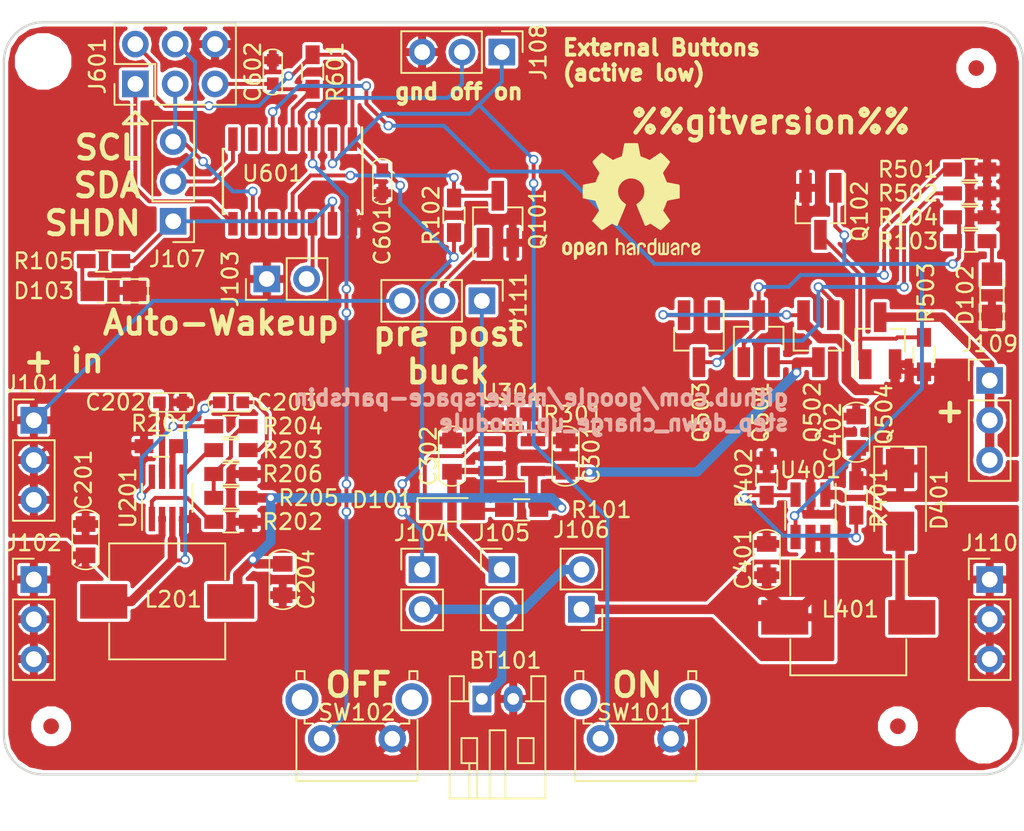
<source format=kicad_pcb>
(kicad_pcb (version 4) (host pcbnew 4.0.6)
  (layers (0 F.Cu signal) (31 B.Cu signal) (34 B.Paste user) (35 F.Paste user) (36 B.SilkS user) (37 F.SilkS user) (38 B.Mask user hide) (39 F.Mask user) (44 Edge.Cuts user))
  (net 0 "")
  (net 1 "Net-(BT101-Pad1)")
  (net 2 GND)
  (net 3 /step_down/PWR_IN)
  (net 4 "Net-(C202-Pad1)")
  (net 5 "Net-(C203-Pad1)")
  (net 6 "Net-(C203-Pad2)")
  (net 7 /charge/CHG_PWR)
  (net 8 /charge/BATT)
  (net 9 /step_up/PWR_IN)
  (net 10 /load_switch/BOOSTED_BATT_IN)
  (net 11 /supervisor/BATT)
  (net 12 /supervisor/5V_EN)
  (net 13 "Net-(D401-Pad2)")
  (net 14 /supervisor/~WAKEUP_ON_RETURN)
  (net 15 /supervisor/SHUTDOWN)
  (net 16 /supervisor/SDA)
  (net 17 /supervisor/SCL)
  (net 18 /supervisor/~ON_BUTTON)
  (net 19 /supervisor/~OFF_BUTTON)
  (net 20 /load_switch/OUT)
  (net 21 /supervisor/~ON_WALL)
  (net 22 /load_switch/~EN)
  (net 23 "Net-(Q501-Pad1)")
  (net 24 "Net-(Q502-Pad1)")
  (net 25 /charge/~CHARGING)
  (net 26 "Net-(R201-Pad2)")
  (net 27 "Net-(R202-Pad1)")
  (net 28 "Net-(R203-Pad2)")
  (net 29 "Net-(R204-Pad1)")
  (net 30 "Net-(R204-Pad2)")
  (net 31 "Net-(R301-Pad2)")
  (net 32 "Net-(R401-Pad2)")
  (net 33 "Net-(J111-Pad2)")
  (net 34 /supervisor/RESET)
  (net 35 /supervisor/MISO)
  (net 36 "Net-(D101-Pad2)")
  (net 37 "Net-(D102-Pad2)")
  (net 38 "Net-(D103-Pad2)")
  (module TO_SOT_Packages_SMD:SOT-23_Handsoldering (layer F.Cu) (at 152.781 67.056 270)
    (fp_text reference Q503 (at 4.699 -0.127 270) (layer F.SilkS))
    (fp_text value 2N3906)
    (pad 1 smd rect (at -1.5 -0.95 270) (size 1.9 0.8) (layers F.Cu F.Paste F.Mask) (net 23 "Net-(Q501-Pad1)"))
    (pad 2 smd rect (at -1.5 0.95 270) (size 1.9 0.8) (layers F.Cu F.Paste F.Mask) (net 10 /load_switch/BOOSTED_BATT_IN))
    (pad 3 smd rect (at 1.5 0 270) (size 1.9 0.8) (layers F.Cu F.Paste F.Mask) (net 24 "Net-(Q502-Pad1)"))
  )
  (module Connectors_JST:JST_PH_S2B-PH-K_02x2.00mm_Angled (layer F.Cu) (at 138.938 90.043)
    (fp_text reference BT101 (at 1.5 -2.45) (layer F.SilkS))
    (fp_text value Battery_Cell)
    (pad 1 thru_hole rect (at 0 0) (size 1.2 1.7) (drill 0.75) (layers *.Cu *.Mask) (net 1 "Net-(BT101-Pad1)"))
    (pad 2 thru_hole oval (at 2 0) (size 1.2 1.7) (drill 0.75) (layers *.Cu *.Mask) (net 2 GND))
  )
  (module Capacitors_SMD_Round:C_0805 (layer F.Cu) (at 113.665 79.883 270)
    (fp_text reference C201 (at -3.81 0.127 270) (layer F.SilkS))
    (fp_text value 22u)
    (pad 1 smd rect (at -1 0 270) (size 1 1.25) (layers F.Cu F.Paste F.Mask) (net 3 /step_down/PWR_IN))
    (pad 2 smd rect (at 1 0 270) (size 1 1.25) (layers F.Cu F.Paste F.Mask) (net 2 GND))
  )
  (module Capacitors_SMD_Round:C_0603 (layer F.Cu) (at 119.126 71.12)
    (fp_text reference C202 (at -3.556 0) (layer F.SilkS))
    (fp_text value 0.1u hide)
    (pad 1 smd rect (at -0.75 0) (size 0.8 0.75) (layers F.Cu F.Paste F.Mask) (net 4 "Net-(C202-Pad1)"))
    (pad 2 smd rect (at 0.75 0) (size 0.8 0.75) (layers F.Cu F.Paste F.Mask) (net 2 GND))
  )
  (module Capacitors_SMD_Round:C_0603 (layer F.Cu) (at 122.936 71.12 180)
    (fp_text reference C203 (at -3.556 0 180) (layer F.SilkS))
    (fp_text value 0.1u hide)
    (pad 1 smd rect (at -0.75 0 180) (size 0.8 0.75) (layers F.Cu F.Paste F.Mask) (net 5 "Net-(C203-Pad1)"))
    (pad 2 smd rect (at 0.75 0 180) (size 0.8 0.75) (layers F.Cu F.Paste F.Mask) (net 6 "Net-(C203-Pad2)"))
  )
  (module Capacitors_SMD_Round:C_0805 (layer F.Cu) (at 126.238 82.423 270)
    (fp_text reference C204 (at 0 -1.5 270) (layer F.SilkS))
    (fp_text value 22u)
    (pad 1 smd rect (at -1 0 270) (size 1 1.25) (layers F.Cu F.Paste F.Mask) (net 7 /charge/CHG_PWR))
    (pad 2 smd rect (at 1 0 270) (size 1 1.25) (layers F.Cu F.Paste F.Mask) (net 2 GND))
  )
  (module Capacitors_SMD_Round:C_0805 (layer F.Cu) (at 144.272 74.549 90)
    (fp_text reference C301 (at 0.127 1.651 90) (layer F.SilkS))
    (fp_text value C)
    (pad 1 smd rect (at -1 0 90) (size 1 1.25) (layers F.Cu F.Paste F.Mask) (net 7 /charge/CHG_PWR))
    (pad 2 smd rect (at 1 0 90) (size 1 1.25) (layers F.Cu F.Paste F.Mask) (net 2 GND))
  )
  (module Capacitors_SMD_Round:C_0805 (layer F.Cu) (at 137.033 74.549 90)
    (fp_text reference C302 (at 0 -1.5 90) (layer F.SilkS))
    (fp_text value C)
    (pad 1 smd rect (at -1 0 90) (size 1 1.25) (layers F.Cu F.Paste F.Mask) (net 8 /charge/BATT))
    (pad 2 smd rect (at 1 0 90) (size 1 1.25) (layers F.Cu F.Paste F.Mask) (net 2 GND))
  )
  (module Capacitors_SMD_Round:C_0805 (layer F.Cu) (at 157.099 81.153 90)
    (fp_text reference C401 (at 0 -1.5 90) (layer F.SilkS))
    (fp_text value 22u)
    (pad 1 smd rect (at -1 0 90) (size 1 1.25) (layers F.Cu F.Paste F.Mask) (net 9 /step_up/PWR_IN))
    (pad 2 smd rect (at 1 0 90) (size 1 1.25) (layers F.Cu F.Paste F.Mask) (net 2 GND))
  )
  (module Capacitors_SMD_Round:C_0805 (layer F.Cu) (at 162.814 73.025 90)
    (fp_text reference C402 (at 0 -1.5 90) (layer F.SilkS))
    (fp_text value 10u)
    (pad 1 smd rect (at -1 0 90) (size 1 1.25) (layers F.Cu F.Paste F.Mask) (net 10 /load_switch/BOOSTED_BATT_IN))
    (pad 2 smd rect (at 1 0 90) (size 1 1.25) (layers F.Cu F.Paste F.Mask) (net 2 GND))
  )
  (module Capacitors_SMD_Round:C_0603 (layer F.Cu) (at 132.588 57.023 270)
    (fp_text reference C601 (at 3.429 0 270) (layer F.SilkS))
    (fp_text value 0.1u hide)
    (pad 1 smd rect (at -0.75 0 270) (size 0.8 0.75) (layers F.Cu F.Paste F.Mask) (net 11 /supervisor/BATT))
    (pad 2 smd rect (at 0.75 0 270) (size 0.8 0.75) (layers F.Cu F.Paste F.Mask) (net 2 GND))
  )
  (module Capacitors_SMD_Round:C_0603 (layer F.Cu) (at 125.603 50.038 90)
    (fp_text reference C602 (at 0 -1.27 90) (layer F.SilkS))
    (fp_text value 0.1u hide)
    (pad 1 smd rect (at -0.75 0 90) (size 0.8 0.75) (layers F.Cu F.Paste F.Mask) (net 34 /supervisor/RESET))
    (pad 2 smd rect (at 0.75 0 90) (size 0.8 0.75) (layers F.Cu F.Paste F.Mask) (net 2 GND))
  )
  (module LEDs:LED_0805_HandSoldering (layer F.Cu) (at 137.033 77.978)
    (fp_text reference D101 (at -4.445 -0.635) (layer F.SilkS))
    (fp_text value LED)
    (pad 1 smd rect (at -1.35 0) (size 1.5 1.3) (layers F.Cu F.Paste F.Mask) (net 25 /charge/~CHARGING))
    (pad 2 smd rect (at 1.35 0) (size 1.5 1.3) (layers F.Cu F.Paste F.Mask) (net 36 "Net-(D101-Pad2)"))
  )
  (module LEDs:LED_0805_HandSoldering (layer F.Cu) (at 171.468 64.288 90)
    (fp_text reference D102 (at 0 -1.7 90) (layer F.SilkS))
    (fp_text value LED)
    (pad 1 smd rect (at -1.35 0 90) (size 1.5 1.3) (layers F.Cu F.Paste F.Mask) (net 2 GND))
    (pad 2 smd rect (at 1.35 0 90) (size 1.5 1.3) (layers F.Cu F.Paste F.Mask) (net 37 "Net-(D102-Pad2)"))
  )
  (module Diodes_SMD:D_SMA (layer F.Cu) (at 165.608 77.343 270)
    (fp_text reference D401 (at 0 -2.5 270) (layer F.SilkS))
    (fp_text value D_Schottky)
    (pad 1 smd rect (at -2 0 270) (size 2.5 1.8) (layers F.Cu F.Paste F.Mask) (net 10 /load_switch/BOOSTED_BATT_IN))
    (pad 2 smd rect (at 2 0 270) (size 2.5 1.8) (layers F.Cu F.Paste F.Mask) (net 13 "Net-(D401-Pad2)"))
  )
  (module Pin_Headers:Pin_Header_Straight_1x03_Pitch2.54mm (layer F.Cu) (at 110.363 72.263)
    (fp_text reference J101 (at 0 -2.33) (layer F.SilkS))
    (fp_text value CONN_01X03)
    (pad 1 thru_hole rect (at 0 0) (size 1.7 1.7) (drill 1) (layers *.Cu *.Mask) (net 3 /step_down/PWR_IN))
    (pad 2 thru_hole oval (at 0 2.54) (size 1.7 1.7) (drill 1) (layers *.Cu *.Mask) (net 3 /step_down/PWR_IN))
    (pad 3 thru_hole oval (at 0 5.08) (size 1.7 1.7) (drill 1) (layers *.Cu *.Mask) (net 3 /step_down/PWR_IN))
  )
  (module Pin_Headers:Pin_Header_Straight_1x03_Pitch2.54mm (layer F.Cu) (at 110.363 82.423)
    (fp_text reference J102 (at 0 -2.33) (layer F.SilkS))
    (fp_text value CONN_01X03)
    (pad 1 thru_hole rect (at 0 0) (size 1.7 1.7) (drill 1) (layers *.Cu *.Mask) (net 2 GND))
    (pad 2 thru_hole oval (at 0 2.54) (size 1.7 1.7) (drill 1) (layers *.Cu *.Mask) (net 2 GND))
    (pad 3 thru_hole oval (at 0 5.08) (size 1.7 1.7) (drill 1) (layers *.Cu *.Mask) (net 2 GND))
  )
  (module Pin_Headers:Pin_Header_Straight_1x02_Pitch2.54mm (layer F.Cu) (at 125.222 63.246 90)
    (fp_text reference J103 (at 0 -2.33 90) (layer F.SilkS))
    (fp_text value CONN_01X02)
    (pad 1 thru_hole rect (at 0 0 90) (size 1.7 1.7) (drill 1) (layers *.Cu *.Mask) (net 2 GND))
    (pad 2 thru_hole oval (at 0 2.54 90) (size 1.7 1.7) (drill 1) (layers *.Cu *.Mask) (net 14 /supervisor/~WAKEUP_ON_RETURN))
  )
  (module Pin_Headers:Pin_Header_Straight_1x02_Pitch2.54mm (layer F.Cu) (at 135.128 81.788)
    (fp_text reference J104 (at 0 -2.33) (layer F.SilkS))
    (fp_text value CONN_01X02)
    (pad 1 thru_hole rect (at 0 0) (size 1.7 1.7) (drill 1) (layers *.Cu *.Mask) (net 11 /supervisor/BATT))
    (pad 2 thru_hole oval (at 0 2.54) (size 1.7 1.7) (drill 1) (layers *.Cu *.Mask) (net 1 "Net-(BT101-Pad1)"))
  )
  (module Pin_Headers:Pin_Header_Straight_1x02_Pitch2.54mm (layer F.Cu) (at 140.208 81.788)
    (fp_text reference J105 (at 0 -2.33) (layer F.SilkS))
    (fp_text value CONN_01X02)
    (pad 1 thru_hole rect (at 0 0) (size 1.7 1.7) (drill 1) (layers *.Cu *.Mask) (net 8 /charge/BATT))
    (pad 2 thru_hole oval (at 0 2.54) (size 1.7 1.7) (drill 1) (layers *.Cu *.Mask) (net 1 "Net-(BT101-Pad1)"))
  )
  (module Pin_Headers:Pin_Header_Straight_1x02_Pitch2.54mm (layer F.Cu) (at 145.288 84.328 180)
    (fp_text reference J106 (at 0 5.08 180) (layer F.SilkS))
    (fp_text value CONN_01X02)
    (pad 1 thru_hole rect (at 0 0 180) (size 1.7 1.7) (drill 1) (layers *.Cu *.Mask) (net 9 /step_up/PWR_IN))
    (pad 2 thru_hole oval (at 0 2.54 180) (size 1.7 1.7) (drill 1) (layers *.Cu *.Mask) (net 1 "Net-(BT101-Pad1)"))
  )
  (module Pin_Headers:Pin_Header_Straight_1x03_Pitch2.54mm (layer F.Cu) (at 119.253 59.563 180)
    (fp_text reference J107 (at -0.254 -2.413 180) (layer F.SilkS))
    (fp_text value CONN_01X03)
    (pad 1 thru_hole rect (at 0 0 180) (size 1.7 1.7) (drill 1) (layers *.Cu *.Mask) (net 15 /supervisor/SHUTDOWN))
    (pad 2 thru_hole oval (at 0 2.54 180) (size 1.7 1.7) (drill 1) (layers *.Cu *.Mask) (net 16 /supervisor/SDA))
    (pad 3 thru_hole oval (at 0 5.08 180) (size 1.7 1.7) (drill 1) (layers *.Cu *.Mask) (net 17 /supervisor/SCL))
  )
  (module Pin_Headers:Pin_Header_Straight_1x03_Pitch2.54mm (layer F.Cu) (at 140.208 48.768 270)
    (fp_text reference J108 (at 0 -2.33 270) (layer F.SilkS))
    (fp_text value CONN_01X03)
    (pad 1 thru_hole rect (at 0 0 270) (size 1.7 1.7) (drill 1) (layers *.Cu *.Mask) (net 18 /supervisor/~ON_BUTTON))
    (pad 2 thru_hole oval (at 0 2.54 270) (size 1.7 1.7) (drill 1) (layers *.Cu *.Mask) (net 19 /supervisor/~OFF_BUTTON))
    (pad 3 thru_hole oval (at 0 5.08 270) (size 1.7 1.7) (drill 1) (layers *.Cu *.Mask) (net 2 GND))
  )
  (module Pin_Headers:Pin_Header_Straight_1x03_Pitch2.54mm (layer F.Cu) (at 171.323 69.723)
    (fp_text reference J109 (at 0 -2.33) (layer F.SilkS))
    (fp_text value CONN_01X03)
    (pad 1 thru_hole rect (at 0 0) (size 1.7 1.7) (drill 1) (layers *.Cu *.Mask) (net 20 /load_switch/OUT))
    (pad 2 thru_hole oval (at 0 2.54) (size 1.7 1.7) (drill 1) (layers *.Cu *.Mask) (net 20 /load_switch/OUT))
    (pad 3 thru_hole oval (at 0 5.08) (size 1.7 1.7) (drill 1) (layers *.Cu *.Mask) (net 20 /load_switch/OUT))
  )
  (module Pin_Headers:Pin_Header_Straight_1x03_Pitch2.54mm (layer F.Cu) (at 171.323 82.423)
    (fp_text reference J110 (at 0 -2.33) (layer F.SilkS))
    (fp_text value CONN_01X03)
    (pad 1 thru_hole rect (at 0 0) (size 1.7 1.7) (drill 1) (layers *.Cu *.Mask) (net 2 GND))
    (pad 2 thru_hole oval (at 0 2.54) (size 1.7 1.7) (drill 1) (layers *.Cu *.Mask) (net 2 GND))
    (pad 3 thru_hole oval (at 0 5.08) (size 1.7 1.7) (drill 1) (layers *.Cu *.Mask) (net 2 GND))
  )
  (module TO_SOT_Packages_SMD:SOT-23_Handsoldering (layer F.Cu) (at 139.954 59.436 90)
    (fp_text reference Q101 (at 0 2.54 90) (layer F.SilkS))
    (fp_text value Q_NMOS_GSD)
    (pad 1 smd rect (at -1.5 -0.95 90) (size 1.9 0.8) (layers F.Cu F.Paste F.Mask) (net 33 "Net-(J111-Pad2)"))
    (pad 2 smd rect (at -1.5 0.95 90) (size 1.9 0.8) (layers F.Cu F.Paste F.Mask) (net 2 GND))
    (pad 3 smd rect (at 1.5 0 90) (size 1.9 0.8) (layers F.Cu F.Paste F.Mask) (net 21 /supervisor/~ON_WALL))
  )
  (module TO_SOT_Packages_SMD:SOT-23_Handsoldering (layer F.Cu) (at 160.528 58.928 270)
    (fp_text reference Q102 (at 0 -2.5 270) (layer F.SilkS))
    (fp_text value Q_NMOS_GSD)
    (pad 1 smd rect (at -1.5 -0.95 270) (size 1.9 0.8) (layers F.Cu F.Paste F.Mask) (net 12 /supervisor/5V_EN))
    (pad 2 smd rect (at -1.5 0.95 270) (size 1.9 0.8) (layers F.Cu F.Paste F.Mask) (net 2 GND))
    (pad 3 smd rect (at 1.5 0 270) (size 1.9 0.8) (layers F.Cu F.Paste F.Mask) (net 22 /load_switch/~EN))
  )
  (module TO_SOT_Packages_SMD:SOT-23_Handsoldering (layer F.Cu) (at 156.591 67.056 90)
    (fp_text reference Q501 (at -4.699 0.127 90) (layer F.SilkS))
    (fp_text value 2N3906)
    (pad 1 smd rect (at -1.5 -0.95 90) (size 1.9 0.8) (layers F.Cu F.Paste F.Mask) (net 23 "Net-(Q501-Pad1)"))
    (pad 2 smd rect (at -1.5 0.95 90) (size 1.9 0.8) (layers F.Cu F.Paste F.Mask) (net 7 /charge/CHG_PWR))
    (pad 3 smd rect (at 1.5 0 90) (size 1.9 0.8) (layers F.Cu F.Paste F.Mask) (net 23 "Net-(Q501-Pad1)"))
  )
  (module TO_SOT_Packages_SMD:SOT-23_Handsoldering (layer F.Cu) (at 160.401 67.056 270)
    (fp_text reference Q502 (at 4.699 0.381 270) (layer F.SilkS))
    (fp_text value AO3401A)
    (pad 1 smd rect (at -1.5 -0.95 270) (size 1.9 0.8) (layers F.Cu F.Paste F.Mask) (net 24 "Net-(Q502-Pad1)"))
    (pad 2 smd rect (at -1.5 0.95 270) (size 1.9 0.8) (layers F.Cu F.Paste F.Mask) (net 10 /load_switch/BOOSTED_BATT_IN))
    (pad 3 smd rect (at 1.5 0 270) (size 1.9 0.8) (layers F.Cu F.Paste F.Mask) (net 7 /charge/CHG_PWR))
  )
  (module TO_SOT_Packages_SMD:SOT-23_Handsoldering (layer F.Cu) (at 164.338 67.183 90)
    (fp_text reference Q504 (at -4.699 0.254 90) (layer F.SilkS))
    (fp_text value Q_PMOS_GSD)
    (pad 1 smd rect (at -1.5 -0.95 90) (size 1.9 0.8) (layers F.Cu F.Paste F.Mask) (net 22 /load_switch/~EN))
    (pad 2 smd rect (at -1.5 0.95 90) (size 1.9 0.8) (layers F.Cu F.Paste F.Mask) (net 10 /load_switch/BOOSTED_BATT_IN))
    (pad 3 smd rect (at 1.5 0 90) (size 1.9 0.8) (layers F.Cu F.Paste F.Mask) (net 20 /load_switch/OUT))
  )
  (module Resistors_SMD:R_0603_HandSoldering (layer F.Cu) (at 141.478 77.978 180)
    (fp_text reference R101 (at -5.08 0 180) (layer F.SilkS))
    (fp_text value 1k)
    (pad 1 smd rect (at -1.1 0 180) (size 1.2 0.9) (layers F.Cu F.Paste F.Mask) (net 7 /charge/CHG_PWR))
    (pad 2 smd rect (at 1.1 0 180) (size 1.2 0.9) (layers F.Cu F.Paste F.Mask) (net 36 "Net-(D101-Pad2)"))
  )
  (module Resistors_SMD:R_0603_HandSoldering (layer F.Cu) (at 137.16 59.182 90)
    (fp_text reference R102 (at 0 -1.45 90) (layer F.SilkS))
    (fp_text value 1M)
    (pad 1 smd rect (at -1.1 0 90) (size 1.2 0.9) (layers F.Cu F.Paste F.Mask) (net 11 /supervisor/BATT))
    (pad 2 smd rect (at 1.1 0 90) (size 1.2 0.9) (layers F.Cu F.Paste F.Mask) (net 21 /supervisor/~ON_WALL))
  )
  (module Resistors_SMD:R_0603_HandSoldering (layer F.Cu) (at 170.053 60.833)
    (fp_text reference R103 (at -3.937 0) (layer F.SilkS))
    (fp_text value 1k)
    (pad 1 smd rect (at -1.1 0) (size 1.2 0.9) (layers F.Cu F.Paste F.Mask) (net 12 /supervisor/5V_EN))
    (pad 2 smd rect (at 1.1 0) (size 1.2 0.9) (layers F.Cu F.Paste F.Mask) (net 37 "Net-(D102-Pad2)"))
  )
  (module Resistors_SMD:R_0603_HandSoldering (layer F.Cu) (at 170.053 59.309)
    (fp_text reference R104 (at -3.937 0) (layer F.SilkS))
    (fp_text value 1M)
    (pad 1 smd rect (at -1.1 0) (size 1.2 0.9) (layers F.Cu F.Paste F.Mask) (net 12 /supervisor/5V_EN))
    (pad 2 smd rect (at 1.1 0) (size 1.2 0.9) (layers F.Cu F.Paste F.Mask) (net 2 GND))
  )
  (module Resistors_SMD:R_0603_HandSoldering (layer F.Cu) (at 118.491 73.914)
    (fp_text reference R201 (at 0 -1.45) (layer F.SilkS))
    (fp_text value 100k)
    (pad 1 smd rect (at -1.1 0) (size 1.2 0.9) (layers F.Cu F.Paste F.Mask) (net 3 /step_down/PWR_IN))
    (pad 2 smd rect (at 1.1 0) (size 1.2 0.9) (layers F.Cu F.Paste F.Mask) (net 26 "Net-(R201-Pad2)"))
  )
  (module Resistors_SMD:R_0603_HandSoldering (layer F.Cu) (at 122.936 78.74)
    (fp_text reference R202 (at 3.937 0) (layer F.SilkS))
    (fp_text value 75k)
    (pad 1 smd rect (at -1.1 0) (size 1.2 0.9) (layers F.Cu F.Paste F.Mask) (net 27 "Net-(R202-Pad1)"))
    (pad 2 smd rect (at 1.1 0) (size 1.2 0.9) (layers F.Cu F.Paste F.Mask) (net 2 GND))
  )
  (module Resistors_SMD:R_0603_HandSoldering (layer F.Cu) (at 122.936 74.168 180)
    (fp_text reference R203 (at -3.937 0 180) (layer F.SilkS))
    (fp_text value 20R)
    (pad 1 smd rect (at -1.1 0 180) (size 1.2 0.9) (layers F.Cu F.Paste F.Mask) (net 5 "Net-(C203-Pad1)"))
    (pad 2 smd rect (at 1.1 0 180) (size 1.2 0.9) (layers F.Cu F.Paste F.Mask) (net 28 "Net-(R203-Pad2)"))
  )
  (module Resistors_SMD:R_0603_HandSoldering (layer F.Cu) (at 122.936 72.644 180)
    (fp_text reference R204 (at -3.937 0 180) (layer F.SilkS))
    (fp_text value 20k)
    (pad 1 smd rect (at -1.1 0 180) (size 1.2 0.9) (layers F.Cu F.Paste F.Mask) (net 29 "Net-(R204-Pad1)"))
    (pad 2 smd rect (at 1.1 0 180) (size 1.2 0.9) (layers F.Cu F.Paste F.Mask) (net 30 "Net-(R204-Pad2)"))
  )
  (module Resistors_SMD:R_0603_HandSoldering (layer F.Cu) (at 122.936 77.216)
    (fp_text reference R205 (at 4.953 0) (layer F.SilkS))
    (fp_text value 40.2k)
    (pad 1 smd rect (at -1.1 0) (size 1.2 0.9) (layers F.Cu F.Paste F.Mask) (net 29 "Net-(R204-Pad1)"))
    (pad 2 smd rect (at 1.1 0) (size 1.2 0.9) (layers F.Cu F.Paste F.Mask) (net 7 /charge/CHG_PWR))
  )
  (module Resistors_SMD:R_0603_HandSoldering (layer F.Cu) (at 122.936 75.692 180)
    (fp_text reference R206 (at -3.937 0 180) (layer F.SilkS))
    (fp_text value 7.5k)
    (pad 1 smd rect (at -1.1 0 180) (size 1.2 0.9) (layers F.Cu F.Paste F.Mask) (net 2 GND))
    (pad 2 smd rect (at 1.1 0 180) (size 1.2 0.9) (layers F.Cu F.Paste F.Mask) (net 29 "Net-(R204-Pad1)"))
  )
  (module Resistors_SMD:R_0603_HandSoldering (layer F.Cu) (at 140.843 71.882)
    (fp_text reference R301 (at 3.937 0) (layer F.SilkS))
    (fp_text value R)
    (pad 1 smd rect (at -1.1 0) (size 1.2 0.9) (layers F.Cu F.Paste F.Mask) (net 2 GND))
    (pad 2 smd rect (at 1.1 0) (size 1.2 0.9) (layers F.Cu F.Paste F.Mask) (net 31 "Net-(R301-Pad2)"))
  )
  (module Resistors_SMD:R_0603_HandSoldering (layer F.Cu) (at 162.814 77.216 270)
    (fp_text reference R401 (at 0 -1.45 270) (layer F.SilkS))
    (fp_text value 267k)
    (pad 1 smd rect (at -1.1 0 270) (size 1.2 0.9) (layers F.Cu F.Paste F.Mask) (net 10 /load_switch/BOOSTED_BATT_IN))
    (pad 2 smd rect (at 1.1 0 270) (size 1.2 0.9) (layers F.Cu F.Paste F.Mask) (net 32 "Net-(R401-Pad2)"))
  )
  (module Resistors_SMD:R_0603_HandSoldering (layer F.Cu) (at 157.099 75.946 90)
    (fp_text reference R402 (at 0 -1.45 90) (layer F.SilkS))
    (fp_text value 34.8k)
    (pad 1 smd rect (at -1.1 0 90) (size 1.2 0.9) (layers F.Cu F.Paste F.Mask) (net 32 "Net-(R401-Pad2)"))
    (pad 2 smd rect (at 1.1 0 90) (size 1.2 0.9) (layers F.Cu F.Paste F.Mask) (net 2 GND))
  )
  (module Resistors_SMD:R_0603_HandSoldering (layer F.Cu) (at 170.053 56.261)
    (fp_text reference R501 (at -3.937 0) (layer F.SilkS))
    (fp_text value 10k)
    (pad 1 smd rect (at -1.1 0) (size 1.2 0.9) (layers F.Cu F.Paste F.Mask) (net 23 "Net-(Q501-Pad1)"))
    (pad 2 smd rect (at 1.1 0) (size 1.2 0.9) (layers F.Cu F.Paste F.Mask) (net 2 GND))
  )
  (module Resistors_SMD:R_0603_HandSoldering (layer F.Cu) (at 170.053 57.785)
    (fp_text reference R502 (at -3.937 0) (layer F.SilkS))
    (fp_text value 47k)
    (pad 1 smd rect (at -1.1 0) (size 1.2 0.9) (layers F.Cu F.Paste F.Mask) (net 24 "Net-(Q502-Pad1)"))
    (pad 2 smd rect (at 1.1 0) (size 1.2 0.9) (layers F.Cu F.Paste F.Mask) (net 2 GND))
  )
  (module Resistors_SMD:R_0603_HandSoldering (layer F.Cu) (at 167.132 68.072 90)
    (fp_text reference R503 (at 3.937 0.127 90) (layer F.SilkS))
    (fp_text value 100k)
    (pad 1 smd rect (at -1.1 0 90) (size 1.2 0.9) (layers F.Cu F.Paste F.Mask) (net 10 /load_switch/BOOSTED_BATT_IN))
    (pad 2 smd rect (at 1.1 0 90) (size 1.2 0.9) (layers F.Cu F.Paste F.Mask) (net 22 /load_switch/~EN))
  )
  (module TO_SOT_Packages_SMD:SOT-23-8_Handsoldering (layer F.Cu) (at 118.872 77.216 90)
    (fp_text reference U201 (at 0 -2.5 90) (layer F.SilkS))
    (fp_text value MP2315)
    (pad 1 smd rect (at -1.35 -0.98 90) (size 1.56 0.4) (layers F.Cu F.Paste F.Mask) (net 27 "Net-(R202-Pad1)"))
    (pad 2 smd rect (at -1.35 -0.33 90) (size 1.56 0.4) (layers F.Cu F.Paste F.Mask) (net 3 /step_down/PWR_IN))
    (pad 3 smd rect (at -1.35 0.33 90) (size 1.56 0.4) (layers F.Cu F.Paste F.Mask) (net 6 "Net-(C203-Pad2)"))
    (pad 4 smd rect (at -1.35 0.98 90) (size 1.56 0.4) (layers F.Cu F.Paste F.Mask) (net 2 GND))
    (pad 5 smd rect (at 1.35 0.98 90) (size 1.56 0.4) (layers F.Cu F.Paste F.Mask) (net 28 "Net-(R203-Pad2)"))
    (pad 6 smd rect (at 1.35 0.33 90) (size 1.56 0.4) (layers F.Cu F.Paste F.Mask) (net 26 "Net-(R201-Pad2)"))
    (pad 7 smd rect (at 1.35 -0.33 90) (size 1.56 0.4) (layers F.Cu F.Paste F.Mask) (net 4 "Net-(C202-Pad1)"))
    (pad 8 smd rect (at 1.35 -0.98 90) (size 1.56 0.4) (layers F.Cu F.Paste F.Mask) (net 30 "Net-(R204-Pad2)"))
  )
  (module TO_SOT_Packages_SMD:SOT-23-5_HandSoldering (layer F.Cu) (at 140.843 74.549)
    (fp_text reference U301 (at 0 -4.064) (layer F.SilkS))
    (fp_text value MCP73831)
    (pad 1 smd rect (at -1.35 -0.95) (size 1.56 0.65) (layers F.Cu F.Paste F.Mask) (net 25 /charge/~CHARGING))
    (pad 2 smd rect (at -1.35 0) (size 1.56 0.65) (layers F.Cu F.Paste F.Mask) (net 2 GND))
    (pad 3 smd rect (at -1.35 0.95) (size 1.56 0.65) (layers F.Cu F.Paste F.Mask) (net 8 /charge/BATT))
    (pad 4 smd rect (at 1.35 0.95) (size 1.56 0.65) (layers F.Cu F.Paste F.Mask) (net 7 /charge/CHG_PWR))
    (pad 5 smd rect (at 1.35 -0.95) (size 1.56 0.65) (layers F.Cu F.Paste F.Mask) (net 31 "Net-(R301-Pad2)"))
  )
  (module TO_SOT_Packages_SMD:SOT-23-6_Handsoldering (layer F.Cu) (at 159.893 78.359 270)
    (fp_text reference U401 (at -2.921 0 360) (layer F.SilkS))
    (fp_text value SX1308)
    (pad 1 smd rect (at -1.35 -0.95 270) (size 1.56 0.65) (layers F.Cu F.Paste F.Mask) (net 13 "Net-(D401-Pad2)"))
    (pad 2 smd rect (at -1.35 0 270) (size 1.56 0.65) (layers F.Cu F.Paste F.Mask) (net 2 GND))
    (pad 3 smd rect (at -1.35 0.95 270) (size 1.56 0.65) (layers F.Cu F.Paste F.Mask) (net 32 "Net-(R401-Pad2)"))
    (pad 4 smd rect (at 1.35 0.95 270) (size 1.56 0.65) (layers F.Cu F.Paste F.Mask) (net 12 /supervisor/5V_EN))
    (pad 6 smd rect (at 1.35 -0.95 270) (size 1.56 0.65) (layers F.Cu F.Paste F.Mask) (net 9 /step_up/PWR_IN))
    (pad 5 smd rect (at 1.35 0 270) (size 1.56 0.65) (layers F.Cu F.Paste F.Mask) (net 9 /step_up/PWR_IN))
  )
  (module Housings_SOIC:SOIC-14_3.9x8.7mm_Pitch1.27mm (layer F.Cu) (at 126.873 57.023 270)
    (fp_text reference U601 (at -0.508 1.27 540) (layer F.SilkS))
    (fp_text value ATTINY84-20SSU)
    (pad 1 smd rect (at -2.7 -3.81 270) (size 1.5 0.6) (layers F.Cu F.Paste F.Mask) (net 11 /supervisor/BATT))
    (pad 2 smd rect (at -2.7 -2.54 270) (size 1.5 0.6) (layers F.Cu F.Paste F.Mask) (net 18 /supervisor/~ON_BUTTON))
    (pad 3 smd rect (at -2.7 -1.27 270) (size 1.5 0.6) (layers F.Cu F.Paste F.Mask) (net 19 /supervisor/~OFF_BUTTON))
    (pad 4 smd rect (at -2.7 0 270) (size 1.5 0.6) (layers F.Cu F.Paste F.Mask) (net 34 /supervisor/RESET))
    (pad 5 smd rect (at -2.7 1.27 270) (size 1.5 0.6) (layers F.Cu F.Paste F.Mask) (net 12 /supervisor/5V_EN))
    (pad 6 smd rect (at -2.7 2.54 270) (size 1.5 0.6) (layers F.Cu F.Paste F.Mask))
    (pad 7 smd rect (at -2.7 3.81 270) (size 1.5 0.6) (layers F.Cu F.Paste F.Mask) (net 16 /supervisor/SDA))
    (pad 8 smd rect (at 2.7 3.81 270) (size 1.5 0.6) (layers F.Cu F.Paste F.Mask) (net 35 /supervisor/MISO))
    (pad 9 smd rect (at 2.7 2.54 270) (size 1.5 0.6) (layers F.Cu F.Paste F.Mask) (net 17 /supervisor/SCL))
    (pad 10 smd rect (at 2.7 1.27 270) (size 1.5 0.6) (layers F.Cu F.Paste F.Mask))
    (pad 11 smd rect (at 2.7 0 270) (size 1.5 0.6) (layers F.Cu F.Paste F.Mask) (net 21 /supervisor/~ON_WALL))
    (pad 12 smd rect (at 2.7 -1.27 270) (size 1.5 0.6) (layers F.Cu F.Paste F.Mask) (net 14 /supervisor/~WAKEUP_ON_RETURN))
    (pad 13 smd rect (at 2.7 -2.54 270) (size 1.5 0.6) (layers F.Cu F.Paste F.Mask) (net 15 /supervisor/SHUTDOWN))
    (pad 14 smd rect (at 2.7 -3.81 270) (size 1.5 0.6) (layers F.Cu F.Paste F.Mask) (net 2 GND))
  )
  (module Resistors_SMD:R_0603_HandSoldering (layer F.Cu) (at 128.143 50.038 270)
    (fp_text reference R601 (at 0 -1.45 270) (layer F.SilkS))
    (fp_text value 100k)
    (pad 1 smd rect (at -1.1 0 270) (size 1.2 0.9) (layers F.Cu F.Paste F.Mask) (net 11 /supervisor/BATT))
    (pad 2 smd rect (at 1.1 0 270) (size 1.2 0.9) (layers F.Cu F.Paste F.Mask) (net 34 /supervisor/RESET))
  )
  (module Buttons_Switches_THT:SW_Tactile_SPST_Angled_PTS645Vx58-2LFS (layer F.Cu) (at 151.003 92.583 180)
    (fp_text reference SW101 (at 2.25 1.68 180) (layer F.SilkS))
    (fp_text value SW_Push)
    (pad "" thru_hole circle (at 5.76 2.49 180) (size 2.1 2.1) (drill 1.3) (layers *.Cu *.Mask))
    (pad 2 thru_hole circle (at 4.5 0 180) (size 1.75 1.75) (drill 0.99) (layers *.Cu *.Mask) (net 18 /supervisor/~ON_BUTTON))
    (pad 1 thru_hole circle (at 0 0 180) (size 1.75 1.75) (drill 0.99) (layers *.Cu *.Mask) (net 2 GND))
    (pad "" thru_hole circle (at -1.25 2.49 180) (size 2.1 2.1) (drill 1.3) (layers *.Cu *.Mask))
  )
  (module Buttons_Switches_THT:SW_Tactile_SPST_Angled_PTS645Vx58-2LFS (layer F.Cu) (at 133.223 92.583 180)
    (fp_text reference SW102 (at 2.25 1.68 180) (layer F.SilkS))
    (fp_text value SW_Push)
    (pad "" thru_hole circle (at 5.76 2.49 180) (size 2.1 2.1) (drill 1.3) (layers *.Cu *.Mask))
    (pad 2 thru_hole circle (at 4.5 0 180) (size 1.75 1.75) (drill 0.99) (layers *.Cu *.Mask) (net 19 /supervisor/~OFF_BUTTON))
    (pad 1 thru_hole circle (at 0 0 180) (size 1.75 1.75) (drill 0.99) (layers *.Cu *.Mask) (net 2 GND))
    (pad "" thru_hole circle (at -1.25 2.49 180) (size 2.1 2.1) (drill 1.3) (layers *.Cu *.Mask))
  )
  (module Board_Outlines:Board_Outline_65x48mm (layer F.Cu) (at 108.458 46.863)
    (fp_text reference P101 hide)
    (fp_text value Outline hide)
    (fp_line (start 62.5 48) (end 2.5 48) (layer Edge.Cuts) (width 0.15))
    (fp_line (start 65 2.5) (end 65 45.5) (layer Edge.Cuts) (width 0.15))
    (fp_line (start 2.5 0) (end 62.5 0) (layer Edge.Cuts) (width 0.15))
    (fp_line (start 0 45.5) (end 0 2.5) (layer Edge.Cuts) (width 0.15))
    (fp_arc (start 2.5 45.5) (end 2.5 48) (angle 90) (layer Edge.Cuts) (width 0.15))
    (fp_arc (start 62.5 45.5) (end 65 45.5) (angle 90) (layer Edge.Cuts) (width 0.15))
    (fp_arc (start 62.5 2.5) (end 62.5 0) (angle 90) (layer Edge.Cuts) (width 0.15))
    (fp_arc (start 2.5 2.5) (end 0 2.5) (angle 90) (layer Edge.Cuts) (width 0.15))
    (pad "" np_thru_hole circle (at 2.5 2.5) (size 3.2 3.2) (drill 3.2) (layers *.Cu *.Mask))
    (pad "" np_thru_hole circle (at 62.5 45.5) (size 3.2 3.2) (drill 3.2) (layers *.Cu *.Mask))
  )
  (module Symbols:OSHW-Logo2_9.8x8mm_SilkScreen (layer F.Cu) (at 148.463 58.293)
    (fp_text reference P102 hide)
    (fp_text value OSHW hide)
  )
  (module Pin_Headers:Pin_Header_Straight_1x03_Pitch2.54mm (layer F.Cu) (at 138.938 64.643 270)
    (fp_text reference J111 (at 0 -2.33 270) (layer F.SilkS))
    (fp_text value CONN_01X03)
    (pad 1 thru_hole rect (at 0 0 270) (size 1.7 1.7) (drill 1) (layers *.Cu *.Mask) (net 7 /charge/CHG_PWR))
    (pad 2 thru_hole oval (at 0 2.54 270) (size 1.7 1.7) (drill 1) (layers *.Cu *.Mask) (net 33 "Net-(J111-Pad2)"))
    (pad 3 thru_hole oval (at 0 5.08 270) (size 1.7 1.7) (drill 1) (layers *.Cu *.Mask) (net 3 /step_down/PWR_IN))
  )
  (module LEDs:LED_0805_HandSoldering (layer F.Cu) (at 115.443 64.008 180)
    (fp_text reference D103 (at 4.445 0 180) (layer F.SilkS))
    (fp_text value LED)
    (pad 1 smd rect (at -1.35 0 180) (size 1.5 1.3) (layers F.Cu F.Paste F.Mask) (net 2 GND))
    (pad 2 smd rect (at 1.35 0 180) (size 1.5 1.3) (layers F.Cu F.Paste F.Mask) (net 38 "Net-(D103-Pad2)"))
  )
  (module Resistors_SMD:R_0603_HandSoldering (layer F.Cu) (at 114.808 62.103 180)
    (fp_text reference R105 (at 3.81 0 180) (layer F.SilkS))
    (fp_text value 1k)
    (pad 1 smd rect (at -1.1 0 180) (size 1.2 0.9) (layers F.Cu F.Paste F.Mask) (net 15 /supervisor/SHUTDOWN))
    (pad 2 smd rect (at 1.1 0 180) (size 1.2 0.9) (layers F.Cu F.Paste F.Mask) (net 38 "Net-(D103-Pad2)"))
  )
  (module Pin_Headers:Pin_Header_Straight_2x03_Pitch2.54mm (layer F.Cu) (at 116.84 50.8 90)
    (fp_text reference J601 (at 1.143 -2.413 90) (layer F.SilkS))
    (fp_text value CONN_02X03)
    (pad 1 thru_hole rect (at 0 0 90) (size 1.7 1.7) (drill 1) (layers *.Cu *.Mask) (net 35 /supervisor/MISO))
    (pad 2 thru_hole oval (at 2.54 0 90) (size 1.7 1.7) (drill 1) (layers *.Cu *.Mask) (net 11 /supervisor/BATT))
    (pad 3 thru_hole oval (at 0 2.54 90) (size 1.7 1.7) (drill 1) (layers *.Cu *.Mask) (net 17 /supervisor/SCL))
    (pad 4 thru_hole oval (at 2.54 2.54 90) (size 1.7 1.7) (drill 1) (layers *.Cu *.Mask) (net 16 /supervisor/SDA))
    (pad 5 thru_hole oval (at 0 5.08 90) (size 1.7 1.7) (drill 1) (layers *.Cu *.Mask) (net 34 /supervisor/RESET))
    (pad 6 thru_hole oval (at 2.54 5.08 90) (size 1.7 1.7) (drill 1) (layers *.Cu *.Mask) (net 2 GND))
  )
  (module Fiducials:Fiducial_1mm_Dia_2.54mm_Outer_CopperTop (layer F.Cu) (at 170.468 49.788)
    (fp_text reference P103 hide)
    (fp_text value Fid)
    (pad ~ smd circle (at 0 0) (size 1 1) (layers F.Cu F.Mask) (clearance 0.77))
  )
  (module Fiducials:Fiducial_1mm_Dia_2.54mm_Outer_CopperTop (layer F.Cu) (at 111.468 91.788)
    (fp_text reference P104 hide)
    (fp_text value Fid)
    (pad ~ smd circle (at 0 0) (size 1 1) (layers F.Cu F.Mask) (clearance 0.77))
  )
  (module Fiducials:Fiducial_1mm_Dia_2.54mm_Outer_CopperTop (layer F.Cu) (at 165.468 91.788)
    (fp_text reference P105 hide)
    (fp_text value Fid)
    (pad ~ smd circle (at 0 0) (size 1 1) (layers F.Cu F.Mask) (clearance 0.77))
  )
  (module Inductors2:L_7.3x7.3_Handsoldering (layer F.Cu) (at 162.306 84.836)
    (fp_text reference L401 (at 0.127 -0.508) (layer F.SilkS))
    (fp_text value L)
    (pad 1 smd rect (at -3.6 0) (size 2.1 2.2) (layers F.Cu F.Paste F.Mask) (net 9 /step_up/PWR_IN))
    (pad 2 smd rect (at 3.6 0) (size 2.1 2.2) (layers F.Cu F.Paste F.Mask) (net 13 "Net-(D401-Pad2)"))
    (pad 1 smd rect (at -4.5 0) (size 2.1 2.2) (layers F.Cu F.Paste F.Mask) (net 9 /step_up/PWR_IN))
    (pad 2 smd rect (at 4.5 0) (size 2.1 2.2) (layers F.Cu F.Paste F.Mask) (net 13 "Net-(D401-Pad2)"))
  )
  (module Inductors2:L_7.3x7.3_Handsoldering (layer F.Cu) (at 118.872 83.82)
    (fp_text reference L201 (at 0.381 -0.127) (layer F.SilkS))
    (fp_text value 4.7u)
    (pad 1 smd rect (at -3.6 0) (size 2.1 2.2) (layers F.Cu F.Paste F.Mask) (net 6 "Net-(C203-Pad2)"))
    (pad 2 smd rect (at 3.6 0) (size 2.1 2.2) (layers F.Cu F.Paste F.Mask) (net 7 /charge/CHG_PWR))
    (pad 1 smd rect (at -4.5 0) (size 2.1 2.2) (layers F.Cu F.Paste F.Mask) (net 6 "Net-(C203-Pad2)"))
    (pad 2 smd rect (at 4.5 0) (size 2.1 2.2) (layers F.Cu F.Paste F.Mask) (net 7 /charge/CHG_PWR))
  )
  (gr_text + (at 168.783 71.628) (layer F.SilkS) (effects (font (size 1.5 1.5) (thickness 0.3))))
  (gr_text "+ in" (at 112.268 68.453) (layer F.SilkS) (effects (font (size 1.5 1.5) (thickness 0.3))))
  (gr_text "github.com/google/makerspace-partsbin\nstep_down_charge_up_module" (at 158.623 71.628) (layer B.SilkS) (effects (font (size 1 1) (thickness 0.25)) (justify left mirror)))
  (gr_text %%gitversion%% (at 157.353 53.213) (layer F.SilkS) (effects (font (size 1.5 1.5) (thickness 0.3))))
  (gr_text "External Buttons\n(active low)" (at 143.968 49.288) (layer F.SilkS) (effects (font (size 1 1) (thickness 0.25)) (justify left)))
  (gr_line (start 116.078 53.34) (end 117.602 53.34) (angle 90) (layer F.SilkS) (width 0.2))
  (gr_line (start 116.84 52.578) (end 117.602 53.34) (angle 90) (layer F.SilkS) (width 0.2))
  (gr_line (start 116.84 52.578) (end 116.078 53.34) (angle 90) (layer F.SilkS) (width 0.2))
  (gr_text "gnd off on" (at 137.468 51.288) (layer F.SilkS) (effects (font (size 1 1) (thickness 0.25))))
  (gr_text "pre post\nbuck" (at 136.779 67.945) (layer F.SilkS) (effects (font (size 1.5 1.5) (thickness 0.3))))
  (gr_text "SCL\nSDA\nSHDN" (at 117.348 57.277) (layer F.SilkS) (effects (font (size 1.5 1.5) (thickness 0.3)) (justify right)))
  (gr_text Auto-Wakeup (at 122.301 66.04) (layer F.SilkS) (effects (font (size 1.5 1.5) (thickness 0.3))))
  (gr_text OFF (at 131.064 89.154) (layer F.SilkS) (effects (font (size 1.5 1.5) (thickness 0.3))))
  (gr_text ON (at 148.844 89.154) (layer F.SilkS) (effects (font (size 1.5 1.5) (thickness 0.3))))
  (segment (start 140.208 84.328) (end 140.208 88.773) (width 0.6) (layer B.Cu) (net 1))
  (segment (start 140.208 88.773) (end 138.938 90.043) (width 0.6) (layer B.Cu) (net 1))
  (segment (start 140.208 84.328) (end 141.605 84.328) (width 0.6) (layer B.Cu) (net 1))
  (segment (start 144.145 81.788) (end 145.288 81.788) (width 0.6) (layer B.Cu) (net 1))
  (segment (start 141.605 84.328) (end 144.145 81.788) (width 0.6) (layer B.Cu) (net 1))
  (segment (start 140.208 84.328) (end 135.128 84.328) (width 0.6) (layer B.Cu) (net 1))
  (segment (start 162.814 72.025) (end 162.814 71.247) (width 0.25) (layer F.Cu) (net 2))
  (segment (start 162.814 71.247) (end 162.306 70.739) (width 0.25) (layer F.Cu) (net 2))
  (segment (start 110.363 82.423) (end 112.125 82.423) (width 0.25) (layer F.Cu) (net 2))
  (segment (start 112.125 82.423) (end 113.665 80.883) (width 0.25) (layer F.Cu) (net 2))
  (segment (start 132.588 57.773) (end 132.588 57.818) (width 0.25) (layer F.Cu) (net 2))
  (segment (start 132.588 57.818) (end 130.683 59.723) (width 0.25) (layer F.Cu) (net 2))
  (segment (start 125.603 49.288) (end 123.413 49.288) (width 0.25) (layer F.Cu) (net 2))
  (segment (start 123.413 49.288) (end 123.063 48.938) (width 0.25) (layer F.Cu) (net 2))
  (segment (start 117.518 73.914) (end 111.252 73.914) (width 0.25) (layer F.Cu) (net 3))
  (segment (start 111.252 73.914) (end 110.363 74.803) (width 0.25) (layer F.Cu) (net 3))
  (segment (start 133.858 64.643) (end 117.983 64.643) (width 0.25) (layer B.Cu) (net 3))
  (segment (start 117.983 64.643) (end 110.363 72.263) (width 0.25) (layer B.Cu) (net 3))
  (segment (start 118.542 75.866) (end 118.542 71.286) (width 0.4) (layer F.Cu) (net 4))
  (segment (start 118.542 71.286) (end 118.376 71.12) (width 0.4) (layer F.Cu) (net 4))
  (segment (start 118.542 71.286) (end 118.376 71.12) (width 0.25) (layer F.Cu) (net 4))
  (segment (start 124.036 74.168) (end 124.714 74.168) (width 0.25) (layer F.Cu) (net 5))
  (segment (start 124.46 71.12) (end 123.686 71.12) (width 0.25) (layer F.Cu) (net 5))
  (segment (start 125.222 71.882) (end 124.46 71.12) (width 0.25) (layer F.Cu) (net 5))
  (segment (start 125.222 73.66) (end 125.222 71.882) (width 0.25) (layer F.Cu) (net 5))
  (segment (start 124.714 74.168) (end 125.222 73.66) (width 0.25) (layer F.Cu) (net 5))
  (segment (start 124.036 74.168) (end 123.698 74.168) (width 0.25) (layer F.Cu) (net 5))
  (segment (start 119.202 78.566) (end 119.202 79.883) (width 0.4) (layer F.Cu) (net 6))
  (segment (start 119.202 79.883) (end 119.202 81.204) (width 0.6) (layer F.Cu) (net 6))
  (segment (start 120.015 73.533) (end 120.015 72.771) (width 0.25) (layer B.Cu) (net 6))
  (segment (start 121.666 71.12) (end 122.186 71.12) (width 0.25) (layer F.Cu) (net 6))
  (segment (start 121.285 71.501) (end 121.666 71.12) (width 0.25) (layer F.Cu) (net 6))
  (via (at 121.285 71.501) (size 0.6) (drill 0.4) (layers F.Cu B.Cu) (net 6))
  (segment (start 120.015 72.771) (end 121.285 71.501) (width 0.25) (layer B.Cu) (net 6))
  (segment (start 122.186 71.12) (end 121.793 71.12) (width 0.25) (layer F.Cu) (net 6))
  (segment (start 120.015 73.533) (end 120.015 81.153) (width 0.25) (layer B.Cu) (net 6))
  (via (at 120.015 81.153) (size 0.6) (drill 0.4) (layers F.Cu B.Cu) (net 6))
  (segment (start 120.015 81.153) (end 119.964 81.204) (width 0.25) (layer F.Cu) (net 6))
  (segment (start 119.964 81.204) (end 119.202 81.204) (width 0.25) (layer F.Cu) (net 6))
  (segment (start 119.202 81.204) (end 116.586 83.82) (width 0.6) (layer F.Cu) (net 6))
  (segment (start 116.586 83.82) (end 115.272 83.82) (width 0.6) (layer F.Cu) (net 6))
  (segment (start 115.272 83.82) (end 116.586 83.82) (width 0.25) (layer F.Cu) (net 6))
  (segment (start 116.586 83.82) (end 119.202 81.204) (width 0.25) (layer F.Cu) (net 6))
  (segment (start 126.238 81.423) (end 124.603 81.423) (width 0.6) (layer F.Cu) (net 7))
  (segment (start 124.603 81.423) (end 124.333 81.153) (width 0.6) (layer F.Cu) (net 7))
  (segment (start 125.476 77.216) (end 125.476 80.01) (width 0.6) (layer B.Cu) (net 7))
  (segment (start 123.372 82.114) (end 123.372 83.82) (width 0.6) (layer F.Cu) (net 7))
  (segment (start 124.333 81.153) (end 123.372 82.114) (width 0.6) (layer F.Cu) (net 7))
  (via (at 124.333 81.153) (size 0.6) (drill 0.4) (layers F.Cu B.Cu) (net 7))
  (segment (start 125.476 80.01) (end 124.333 81.153) (width 0.6) (layer B.Cu) (net 7))
  (segment (start 123.372 83.82) (end 122.472 83.82) (width 0.6) (layer F.Cu) (net 7))
  (segment (start 159.004 68.58) (end 159.028 68.556) (width 0.6) (layer F.Cu) (net 7))
  (segment (start 159.028 68.556) (end 160.401 68.556) (width 0.6) (layer F.Cu) (net 7))
  (via (at 145.796 75.565) (size 0.6) (drill 0.4) (layers F.Cu B.Cu) (net 7))
  (segment (start 159.004 68.58) (end 159.004 69.215) (width 0.6) (layer F.Cu) (net 7))
  (via (at 159.004 69.215) (size 0.6) (drill 0.4) (layers F.Cu B.Cu) (net 7))
  (segment (start 152.654 75.565) (end 159.004 69.215) (width 0.6) (layer B.Cu) (net 7))
  (segment (start 152.654 75.565) (end 145.796 75.565) (width 0.6) (layer B.Cu) (net 7))
  (segment (start 159.004 68.58) (end 159.004 68.556) (width 0.6) (layer F.Cu) (net 7))
  (segment (start 144.272 75.549) (end 144.288 75.565) (width 0.6) (layer F.Cu) (net 7))
  (segment (start 144.288 75.565) (end 145.796 75.565) (width 0.6) (layer F.Cu) (net 7))
  (segment (start 144.272 75.549) (end 145.78 75.549) (width 0.25) (layer F.Cu) (net 7))
  (segment (start 145.78 75.549) (end 145.796 75.565) (width 0.25) (layer F.Cu) (net 7))
  (segment (start 159.004 68.556) (end 159.004 68.58) (width 0.25) (layer F.Cu) (net 7))
  (segment (start 159.004 68.58) (end 159.004 68.556) (width 0.25) (layer F.Cu) (net 7))
  (segment (start 157.541 68.556) (end 159.004 68.556) (width 0.25) (layer F.Cu) (net 7))
  (segment (start 138.938 64.643) (end 138.938 77.216) (width 0.25) (layer B.Cu) (net 7))
  (segment (start 142.193 75.499) (end 144.222 75.499) (width 0.6) (layer F.Cu) (net 7))
  (segment (start 144.222 75.499) (end 144.272 75.549) (width 0.6) (layer F.Cu) (net 7))
  (segment (start 142.193 77.724) (end 142.193 75.499) (width 0.6) (layer F.Cu) (net 7))
  (segment (start 125.476 77.216) (end 138.938 77.216) (width 0.6) (layer B.Cu) (net 7))
  (segment (start 138.938 77.216) (end 143.383 77.216) (width 0.6) (layer B.Cu) (net 7))
  (segment (start 143.383 77.216) (end 144.018 77.851) (width 0.6) (layer B.Cu) (net 7))
  (segment (start 124.036 77.216) (end 125.476 77.216) (width 0.6) (layer F.Cu) (net 7))
  (via (at 125.476 77.216) (size 0.6) (drill 0.4) (layers F.Cu B.Cu) (net 7))
  (segment (start 144.272 75.549) (end 142.243 75.549) (width 0.25) (layer F.Cu) (net 7))
  (segment (start 142.243 75.549) (end 142.193 75.499) (width 0.25) (layer F.Cu) (net 7))
  (segment (start 122.19 83.942) (end 122.348 83.784) (width 0.25) (layer F.Cu) (net 7))
  (via (at 144.018 77.851) (size 0.6) (drill 0.4) (layers F.Cu B.Cu) (net 7))
  (segment (start 144.018 77.851) (end 143.891 77.724) (width 0.6) (layer F.Cu) (net 7))
  (segment (start 143.891 77.724) (end 142.193 77.724) (width 0.6) (layer F.Cu) (net 7))
  (segment (start 137.033 75.549) (end 137.033 79.248) (width 0.6) (layer F.Cu) (net 8))
  (segment (start 137.033 79.248) (end 139.573 81.788) (width 0.6) (layer F.Cu) (net 8))
  (segment (start 139.573 81.788) (end 140.208 81.788) (width 0.6) (layer F.Cu) (net 8))
  (segment (start 139.493 75.499) (end 137.083 75.499) (width 0.4) (layer F.Cu) (net 8))
  (segment (start 137.083 75.499) (end 137.033 75.549) (width 0.4) (layer F.Cu) (net 8))
  (segment (start 139.493 75.499) (end 139.507 75.499) (width 0.6) (layer F.Cu) (net 8))
  (segment (start 137.083 75.499) (end 137.033 75.549) (width 0.25) (layer F.Cu) (net 8))
  (segment (start 160.843 79.709) (end 160.843 82.616) (width 0.6) (layer F.Cu) (net 9))
  (segment (start 160.843 82.616) (end 159.893 83.566) (width 0.6) (layer F.Cu) (net 9))
  (segment (start 159.893 79.709) (end 159.893 83.566) (width 0.6) (layer F.Cu) (net 9))
  (segment (start 159.893 83.566) (end 159.893 83.649) (width 0.6) (layer F.Cu) (net 9))
  (segment (start 159.893 83.649) (end 158.706 84.836) (width 0.6) (layer F.Cu) (net 9))
  (segment (start 157.099 82.153) (end 157.099 83.229) (width 0.6) (layer F.Cu) (net 9))
  (segment (start 157.099 83.229) (end 158.706 84.836) (width 0.6) (layer F.Cu) (net 9))
  (segment (start 145.288 84.328) (end 158.198 84.328) (width 0.6) (layer F.Cu) (net 9))
  (segment (start 158.198 84.328) (end 158.706 84.836) (width 0.6) (layer F.Cu) (net 9))
  (segment (start 159.451 65.556) (end 159.451 65.979) (width 0.6) (layer F.Cu) (net 10))
  (segment (start 159.451 65.979) (end 160.528 67.056) (width 0.6) (layer F.Cu) (net 10))
  (segment (start 160.528 67.056) (end 161.671 67.056) (width 0.6) (layer F.Cu) (net 10))
  (segment (start 161.671 67.056) (end 162.179 67.564) (width 0.6) (layer F.Cu) (net 10))
  (segment (start 162.179 67.564) (end 162.179 69.723) (width 0.6) (layer F.Cu) (net 10))
  (segment (start 162.179 69.723) (end 162.814 70.358) (width 0.6) (layer F.Cu) (net 10))
  (segment (start 162.814 70.358) (end 165.034 70.358) (width 0.6) (layer F.Cu) (net 10))
  (segment (start 165.034 70.358) (end 165.288 70.104) (width 0.6) (layer F.Cu) (net 10))
  (segment (start 162.814 76.116) (end 164.835 76.116) (width 0.6) (layer F.Cu) (net 10))
  (segment (start 164.835 76.116) (end 165.608 75.343) (width 0.6) (layer F.Cu) (net 10))
  (segment (start 162.814 76.116) (end 162.814 74.025) (width 0.6) (layer F.Cu) (net 10))
  (segment (start 167.132 69.172) (end 165.777 69.172) (width 0.25) (layer F.Cu) (net 10))
  (segment (start 165.777 69.172) (end 165.288 68.683) (width 0.25) (layer F.Cu) (net 10))
  (segment (start 159.451 65.979) (end 160.528 67.056) (width 0.25) (layer F.Cu) (net 10))
  (segment (start 162.941 70.104) (end 165.288 70.104) (width 0.25) (layer F.Cu) (net 10))
  (segment (start 162.179 69.342) (end 162.941 70.104) (width 0.25) (layer F.Cu) (net 10))
  (segment (start 162.179 67.564) (end 162.179 69.342) (width 0.25) (layer F.Cu) (net 10))
  (segment (start 161.671 67.056) (end 162.179 67.564) (width 0.25) (layer F.Cu) (net 10))
  (segment (start 160.528 67.056) (end 161.671 67.056) (width 0.25) (layer F.Cu) (net 10))
  (segment (start 165.288 70.104) (end 165.227 70.104) (width 0.25) (layer F.Cu) (net 10))
  (segment (start 165.227 70.104) (end 165.288 70.104) (width 0.25) (layer F.Cu) (net 10))
  (segment (start 165.288 68.683) (end 165.288 70.104) (width 0.6) (layer F.Cu) (net 10))
  (segment (start 165.288 70.104) (end 165.288 75.023) (width 0.6) (layer F.Cu) (net 10))
  (segment (start 165.288 75.023) (end 165.608 75.343) (width 0.6) (layer F.Cu) (net 10))
  (segment (start 151.831 65.556) (end 150.519 65.556) (width 0.25) (layer F.Cu) (net 10))
  (segment (start 158.393 65.556) (end 159.451 65.556) (width 0.25) (layer F.Cu) (net 10))
  (segment (start 158.369 65.532) (end 158.393 65.556) (width 0.25) (layer F.Cu) (net 10))
  (via (at 158.369 65.532) (size 0.6) (drill 0.4) (layers F.Cu B.Cu) (net 10))
  (segment (start 150.495 65.532) (end 158.369 65.532) (width 0.25) (layer B.Cu) (net 10))
  (via (at 150.495 65.532) (size 0.6) (drill 0.4) (layers F.Cu B.Cu) (net 10))
  (segment (start 150.519 65.556) (end 150.495 65.532) (width 0.25) (layer F.Cu) (net 10))
  (segment (start 159.451 65.556) (end 159.451 64.831) (width 0.25) (layer F.Cu) (net 10))
  (segment (start 116.84 48.26) (end 118.11 49.53) (width 0.25) (layer F.Cu) (net 11))
  (segment (start 126.789 50.292) (end 128.143 48.938) (width 0.25) (layer F.Cu) (net 11))
  (segment (start 126.619 50.292) (end 126.789 50.292) (width 0.25) (layer F.Cu) (net 11))
  (via (at 126.619 50.292) (size 0.6) (drill 0.4) (layers F.Cu B.Cu) (net 11))
  (segment (start 124.714 52.197) (end 126.619 50.292) (width 0.25) (layer B.Cu) (net 11))
  (segment (start 121.539 52.197) (end 124.714 52.197) (width 0.25) (layer B.Cu) (net 11))
  (via (at 121.539 52.197) (size 0.6) (drill 0.4) (layers F.Cu B.Cu) (net 11))
  (segment (start 118.745 52.197) (end 121.539 52.197) (width 0.25) (layer F.Cu) (net 11))
  (segment (start 118.11 51.562) (end 118.745 52.197) (width 0.25) (layer F.Cu) (net 11))
  (segment (start 118.11 49.53) (end 118.11 51.562) (width 0.25) (layer F.Cu) (net 11))
  (segment (start 135.128 81.788) (end 135.128 79.375) (width 0.25) (layer B.Cu) (net 11))
  (segment (start 135.128 63.881) (end 137.16 61.849) (width 0.25) (layer B.Cu) (net 11))
  (segment (start 135.128 75.057) (end 135.128 63.881) (width 0.25) (layer B.Cu) (net 11))
  (segment (start 133.858 76.327) (end 135.128 75.057) (width 0.25) (layer B.Cu) (net 11))
  (via (at 133.858 76.327) (size 0.6) (drill 0.4) (layers F.Cu B.Cu) (net 11))
  (segment (start 133.858 78.105) (end 133.858 76.327) (width 0.25) (layer F.Cu) (net 11))
  (via (at 133.858 78.105) (size 0.6) (drill 0.4) (layers F.Cu B.Cu) (net 11))
  (segment (start 135.128 79.375) (end 133.858 78.105) (width 0.25) (layer B.Cu) (net 11))
  (segment (start 137.16 60.282) (end 137.16 61.849) (width 0.25) (layer F.Cu) (net 11))
  (segment (start 133.731 57.277) (end 132.727 56.273) (width 0.25) (layer F.Cu) (net 11))
  (via (at 133.731 57.277) (size 0.6) (drill 0.4) (layers F.Cu B.Cu) (net 11))
  (segment (start 133.731 58.42) (end 133.731 57.277) (width 0.25) (layer B.Cu) (net 11))
  (segment (start 137.16 61.849) (end 133.731 58.42) (width 0.25) (layer B.Cu) (net 11))
  (via (at 137.16 61.849) (size 0.6) (drill 0.4) (layers F.Cu B.Cu) (net 11))
  (segment (start 132.727 56.273) (end 132.588 56.273) (width 0.25) (layer F.Cu) (net 11))
  (segment (start 132.588 56.273) (end 132.588 56.228) (width 0.25) (layer F.Cu) (net 11))
  (segment (start 132.588 56.228) (end 130.683 54.323) (width 0.25) (layer F.Cu) (net 11))
  (segment (start 130.683 54.323) (end 130.683 49.403) (width 0.25) (layer F.Cu) (net 11))
  (segment (start 130.218 48.938) (end 128.143 48.938) (width 0.25) (layer F.Cu) (net 11))
  (segment (start 130.683 49.403) (end 130.218 48.938) (width 0.25) (layer F.Cu) (net 11))
  (segment (start 158.943 79.709) (end 158.943 78.425) (width 0.25) (layer F.Cu) (net 12))
  (segment (start 167.005 70.231) (end 167.005 62.288) (width 0.25) (layer B.Cu) (net 12))
  (segment (start 158.877 78.359) (end 167.005 70.231) (width 0.25) (layer B.Cu) (net 12))
  (via (at 158.877 78.359) (size 0.6) (drill 0.4) (layers F.Cu B.Cu) (net 12))
  (segment (start 158.943 78.425) (end 158.877 78.359) (width 0.25) (layer F.Cu) (net 12))
  (segment (start 161.478 57.428) (end 161.478 59.878) (width 0.25) (layer F.Cu) (net 12))
  (segment (start 162.052 60.452) (end 162.052 62.288) (width 0.25) (layer B.Cu) (net 12))
  (via (at 162.052 60.452) (size 0.6) (drill 0.4) (layers F.Cu B.Cu) (net 12))
  (segment (start 161.478 59.878) (end 162.052 60.452) (width 0.25) (layer F.Cu) (net 12))
  (segment (start 162.052 62.288) (end 162.052 62.23) (width 0.25) (layer B.Cu) (net 12))
  (segment (start 162.052 62.23) (end 162.052 62.288) (width 0.25) (layer B.Cu) (net 12))
  (segment (start 143.968 56.388) (end 144.068 56.388) (width 0.25) (layer B.Cu) (net 12))
  (segment (start 149.968 62.288) (end 162.052 62.288) (width 0.25) (layer B.Cu) (net 12))
  (segment (start 162.052 62.288) (end 165.968 62.288) (width 0.25) (layer B.Cu) (net 12))
  (segment (start 144.068 56.388) (end 149.968 62.288) (width 0.25) (layer B.Cu) (net 12))
  (segment (start 169.368 61.888) (end 168.968 62.288) (width 0.25) (layer F.Cu) (net 12))
  (segment (start 165.968 62.288) (end 166.468 62.288) (width 0.25) (layer B.Cu) (net 12))
  (segment (start 169.368 61.888) (end 169.368 60.788) (width 0.25) (layer F.Cu) (net 12))
  (segment (start 166.243 62.288) (end 166.468 62.288) (width 0.25) (layer B.Cu) (net 12))
  (segment (start 168.968 62.288) (end 167.005 62.288) (width 0.25) (layer B.Cu) (net 12))
  (segment (start 167.005 62.288) (end 166.243 62.288) (width 0.25) (layer B.Cu) (net 12))
  (via (at 168.968 62.288) (size 0.6) (drill 0.4) (layers F.Cu B.Cu) (net 12))
  (segment (start 169.368 60.788) (end 169.368 59.288) (width 0.25) (layer F.Cu) (net 12))
  (segment (start 143.968 56.388) (end 139.446 56.388) (width 0.25) (layer B.Cu) (net 12))
  (segment (start 125.603 52.578) (end 125.603 54.323) (width 0.25) (layer F.Cu) (net 12))
  (via (at 125.603 52.578) (size 0.6) (drill 0.4) (layers F.Cu B.Cu) (net 12))
  (segment (start 127.254 50.927) (end 125.603 52.578) (width 0.25) (layer B.Cu) (net 12))
  (segment (start 131.572 50.927) (end 127.254 50.927) (width 0.25) (layer B.Cu) (net 12))
  (via (at 131.572 50.927) (size 0.6) (drill 0.4) (layers F.Cu B.Cu) (net 12))
  (segment (start 131.572 52.07) (end 131.572 50.927) (width 0.25) (layer F.Cu) (net 12))
  (segment (start 132.969 53.467) (end 131.572 52.07) (width 0.25) (layer F.Cu) (net 12))
  (via (at 132.969 53.467) (size 0.6) (drill 0.4) (layers F.Cu B.Cu) (net 12))
  (segment (start 136.525 53.467) (end 132.969 53.467) (width 0.25) (layer B.Cu) (net 12))
  (segment (start 139.446 56.388) (end 136.525 53.467) (width 0.25) (layer B.Cu) (net 12))
  (segment (start 165.608 79.343) (end 165.608 84.538) (width 0.6) (layer F.Cu) (net 13))
  (segment (start 165.608 84.538) (end 165.906 84.836) (width 0.6) (layer F.Cu) (net 13))
  (segment (start 161.925 77.216) (end 163.576 77.216) (width 0.4) (layer F.Cu) (net 13))
  (segment (start 165.608 79.248) (end 163.576 77.216) (width 0.6) (layer F.Cu) (net 13))
  (segment (start 161.718 77.009) (end 161.925 77.216) (width 0.6) (layer F.Cu) (net 13))
  (segment (start 161.718 77.009) (end 160.843 77.009) (width 0.6) (layer F.Cu) (net 13))
  (segment (start 165.608 79.343) (end 165.608 79.248) (width 0.6) (layer F.Cu) (net 13))
  (segment (start 128.143 59.723) (end 128.143 62.865) (width 0.25) (layer F.Cu) (net 14))
  (segment (start 128.143 62.865) (end 127.762 63.246) (width 0.25) (layer F.Cu) (net 14))
  (segment (start 115.908 62.103) (end 116.713 62.103) (width 0.25) (layer F.Cu) (net 15))
  (segment (start 116.713 62.103) (end 119.253 59.563) (width 0.25) (layer F.Cu) (net 15))
  (segment (start 119.253 59.563) (end 128.143 59.563) (width 0.25) (layer B.Cu) (net 15))
  (segment (start 129.413 58.293) (end 129.413 59.723) (width 0.25) (layer F.Cu) (net 15))
  (via (at 129.413 58.293) (size 0.6) (drill 0.4) (layers F.Cu B.Cu) (net 15))
  (segment (start 128.143 59.563) (end 129.413 58.293) (width 0.25) (layer B.Cu) (net 15))
  (segment (start 119.38 48.26) (end 119.507 48.26) (width 0.25) (layer B.Cu) (net 16))
  (segment (start 119.507 48.26) (end 120.65 49.403) (width 0.25) (layer B.Cu) (net 16))
  (segment (start 120.65 49.403) (end 120.65 55.118) (width 0.25) (layer B.Cu) (net 16))
  (segment (start 120.65 55.118) (end 119.253 56.515) (width 0.25) (layer B.Cu) (net 16))
  (segment (start 119.253 56.515) (end 119.253 57.023) (width 0.25) (layer B.Cu) (net 16))
  (segment (start 119.253 57.023) (end 121.793 57.023) (width 0.25) (layer F.Cu) (net 16))
  (segment (start 123.063 55.753) (end 123.063 54.323) (width 0.25) (layer F.Cu) (net 16))
  (segment (start 121.793 57.023) (end 123.063 55.753) (width 0.25) (layer F.Cu) (net 16))
  (segment (start 119.38 50.8) (end 119.38 54.356) (width 0.25) (layer B.Cu) (net 17))
  (segment (start 119.38 54.356) (end 119.253 54.483) (width 0.25) (layer B.Cu) (net 17))
  (segment (start 119.253 54.483) (end 119.888 54.483) (width 0.25) (layer F.Cu) (net 17))
  (segment (start 119.888 54.483) (end 121.158 55.753) (width 0.25) (layer F.Cu) (net 17))
  (via (at 121.158 55.753) (size 0.6) (drill 0.4) (layers F.Cu B.Cu) (net 17))
  (segment (start 121.158 55.753) (end 123.063 57.658) (width 0.25) (layer B.Cu) (net 17))
  (segment (start 123.063 57.658) (end 124.333 57.658) (width 0.25) (layer B.Cu) (net 17))
  (via (at 124.333 57.658) (size 0.6) (drill 0.4) (layers F.Cu B.Cu) (net 17))
  (segment (start 124.333 57.658) (end 124.333 59.723) (width 0.25) (layer F.Cu) (net 17))
  (segment (start 146.939 81.788) (end 146.939 78.486) (width 0.25) (layer B.Cu) (net 18))
  (segment (start 146.939 92.147) (end 146.939 81.788) (width 0.25) (layer B.Cu) (net 18))
  (segment (start 138.811 52.197) (end 138.811 52.07) (width 0.25) (layer B.Cu) (net 18))
  (segment (start 138.7475 52.1335) (end 138.811 52.197) (width 0.25) (layer B.Cu) (net 18))
  (segment (start 142.24 55.626) (end 138.7475 52.1335) (width 0.25) (layer B.Cu) (net 18))
  (via (at 142.24 55.626) (size 0.6) (drill 0.4) (layers F.Cu B.Cu) (net 18))
  (segment (start 142.24 57.15) (end 142.24 55.626) (width 0.25) (layer F.Cu) (net 18))
  (via (at 142.24 57.15) (size 0.6) (drill 0.4) (layers F.Cu B.Cu) (net 18))
  (segment (start 142.24 73.787) (end 142.24 57.15) (width 0.25) (layer B.Cu) (net 18))
  (segment (start 146.939 78.486) (end 142.24 73.787) (width 0.25) (layer B.Cu) (net 18))
  (segment (start 146.503 92.583) (end 146.939 92.147) (width 0.25) (layer B.Cu) (net 18))
  (segment (start 129.413 54.323) (end 129.413 55.88) (width 0.25) (layer F.Cu) (net 18))
  (segment (start 138.176 52.705) (end 138.811 52.07) (width 0.25) (layer B.Cu) (net 18))
  (segment (start 132.588 52.705) (end 138.176 52.705) (width 0.25) (layer B.Cu) (net 18))
  (segment (start 129.413 55.88) (end 132.588 52.705) (width 0.25) (layer B.Cu) (net 18))
  (via (at 129.413 55.88) (size 0.6) (drill 0.4) (layers F.Cu B.Cu) (net 18))
  (segment (start 140.208 50.673) (end 140.208 48.768) (width 0.25) (layer B.Cu) (net 18))
  (segment (start 138.811 52.07) (end 140.208 50.673) (width 0.25) (layer B.Cu) (net 18))
  (segment (start 128.143 54.323) (end 128.143 55.88) (width 0.25) (layer F.Cu) (net 19))
  (segment (start 130.302 91.004) (end 128.723 92.583) (width 0.25) (layer B.Cu) (net 19))
  (segment (start 130.302 78.105) (end 130.302 91.004) (width 0.25) (layer B.Cu) (net 19))
  (via (at 130.302 78.105) (size 0.6) (drill 0.4) (layers F.Cu B.Cu) (net 19))
  (segment (start 130.302 76.327) (end 130.302 78.105) (width 0.25) (layer F.Cu) (net 19))
  (via (at 130.302 76.327) (size 0.6) (drill 0.4) (layers F.Cu B.Cu) (net 19))
  (segment (start 130.302 65.405) (end 130.302 76.327) (width 0.25) (layer B.Cu) (net 19))
  (via (at 130.302 65.405) (size 0.6) (drill 0.4) (layers F.Cu B.Cu) (net 19))
  (segment (start 130.302 63.881) (end 130.302 65.405) (width 0.25) (layer F.Cu) (net 19))
  (via (at 130.302 63.881) (size 0.6) (drill 0.4) (layers F.Cu B.Cu) (net 19))
  (segment (start 130.302 58.039) (end 130.302 63.881) (width 0.25) (layer B.Cu) (net 19))
  (segment (start 128.143 55.88) (end 130.302 58.039) (width 0.25) (layer B.Cu) (net 19))
  (via (at 128.143 55.88) (size 0.6) (drill 0.4) (layers F.Cu B.Cu) (net 19))
  (segment (start 137.668 48.768) (end 137.668 50.8) (width 0.25) (layer B.Cu) (net 19))
  (segment (start 128.143 52.832) (end 128.143 54.323) (width 0.25) (layer F.Cu) (net 19))
  (via (at 128.143 52.832) (size 0.6) (drill 0.4) (layers F.Cu B.Cu) (net 19))
  (segment (start 129.286 51.689) (end 128.143 52.832) (width 0.25) (layer B.Cu) (net 19))
  (segment (start 136.779 51.689) (end 129.286 51.689) (width 0.25) (layer B.Cu) (net 19))
  (segment (start 137.668 50.8) (end 136.779 51.689) (width 0.25) (layer B.Cu) (net 19))
  (segment (start 171.323 72.263) (end 171.323 74.803) (width 0.6) (layer F.Cu) (net 20))
  (segment (start 171.323 69.723) (end 171.323 72.263) (width 0.6) (layer F.Cu) (net 20))
  (segment (start 164.338 65.683) (end 168.299 65.683) (width 0.6) (layer F.Cu) (net 20))
  (segment (start 171.323 68.707) (end 171.323 69.723) (width 0.6) (layer F.Cu) (net 20))
  (segment (start 168.299 65.683) (end 171.323 68.707) (width 0.6) (layer F.Cu) (net 20))
  (segment (start 137.16 58.082) (end 137.16 56.769) (width 0.25) (layer F.Cu) (net 21))
  (segment (start 126.873 57.785) (end 126.873 59.723) (width 0.25) (layer F.Cu) (net 21))
  (segment (start 128.016 56.642) (end 126.873 57.785) (width 0.25) (layer F.Cu) (net 21))
  (segment (start 128.397 56.642) (end 128.016 56.642) (width 0.25) (layer F.Cu) (net 21))
  (segment (start 128.905 56.642) (end 128.397 56.642) (width 0.25) (layer F.Cu) (net 21))
  (segment (start 130.556 56.642) (end 128.905 56.642) (width 0.25) (layer F.Cu) (net 21))
  (via (at 130.556 56.642) (size 0.6) (drill 0.4) (layers F.Cu B.Cu) (net 21))
  (segment (start 137.033 56.642) (end 130.556 56.642) (width 0.25) (layer B.Cu) (net 21))
  (segment (start 137.16 56.769) (end 137.033 56.642) (width 0.25) (layer B.Cu) (net 21))
  (via (at 137.16 56.769) (size 0.6) (drill 0.4) (layers F.Cu B.Cu) (net 21))
  (segment (start 139.954 57.936) (end 137.306 57.936) (width 0.25) (layer F.Cu) (net 21))
  (segment (start 137.306 57.936) (end 137.16 58.082) (width 0.25) (layer F.Cu) (net 21))
  (segment (start 163.068 67.183) (end 163.068 62.968) (width 0.25) (layer F.Cu) (net 22))
  (segment (start 163.068 62.968) (end 160.528 60.428) (width 0.25) (layer F.Cu) (net 22))
  (segment (start 167.132 66.972) (end 165.438 66.972) (width 0.25) (layer F.Cu) (net 22))
  (segment (start 165.354 67.056) (end 163.068 67.056) (width 0.25) (layer F.Cu) (net 22))
  (segment (start 165.438 66.972) (end 165.354 67.056) (width 0.25) (layer F.Cu) (net 22))
  (segment (start 163.068 67.056) (end 163.068 67.183) (width 0.25) (layer F.Cu) (net 22))
  (segment (start 163.068 67.183) (end 163.068 68.363) (width 0.25) (layer F.Cu) (net 22))
  (segment (start 163.068 68.363) (end 163.388 68.683) (width 0.25) (layer F.Cu) (net 22))
  (segment (start 168.953 56.261) (end 168.402 56.261) (width 0.25) (layer F.Cu) (net 23))
  (segment (start 168.402 56.261) (end 164.592 60.071) (width 0.25) (layer F.Cu) (net 23))
  (segment (start 164.592 60.071) (end 164.592 62.992) (width 0.25) (layer F.Cu) (net 23))
  (via (at 164.592 62.992) (size 0.6) (drill 0.4) (layers F.Cu B.Cu) (net 23))
  (segment (start 164.592 62.992) (end 159.258 62.992) (width 0.25) (layer B.Cu) (net 23))
  (segment (start 159.258 62.992) (end 158.496 63.754) (width 0.25) (layer B.Cu) (net 23))
  (segment (start 158.496 63.754) (end 156.591 63.754) (width 0.25) (layer B.Cu) (net 23))
  (via (at 156.591 63.754) (size 0.6) (drill 0.4) (layers F.Cu B.Cu) (net 23))
  (segment (start 156.591 63.754) (end 156.591 65.556) (width 0.25) (layer F.Cu) (net 23))
  (segment (start 156.718 65.429) (end 156.591 65.556) (width 0.25) (layer F.Cu) (net 23))
  (segment (start 156.591 65.556) (end 156.591 66.421) (width 0.25) (layer F.Cu) (net 23))
  (segment (start 156.591 66.421) (end 155.641 67.371) (width 0.25) (layer F.Cu) (net 23))
  (segment (start 155.641 67.371) (end 155.641 68.556) (width 0.25) (layer F.Cu) (net 23))
  (segment (start 156.591 65.556) (end 153.731 65.556) (width 0.25) (layer F.Cu) (net 23))
  (segment (start 168.953 57.785) (end 167.767 57.785) (width 0.25) (layer F.Cu) (net 24))
  (segment (start 165.862 63.754) (end 160.401 63.754) (width 0.25) (layer B.Cu) (net 24))
  (via (at 165.862 63.754) (size 0.6) (drill 0.4) (layers F.Cu B.Cu) (net 24))
  (segment (start 165.862 59.69) (end 165.862 63.754) (width 0.25) (layer F.Cu) (net 24))
  (segment (start 167.767 57.785) (end 165.862 59.69) (width 0.25) (layer F.Cu) (net 24))
  (segment (start 161.351 65.556) (end 161.351 64.704) (width 0.25) (layer F.Cu) (net 24))
  (segment (start 161.351 64.704) (end 160.401 63.754) (width 0.25) (layer F.Cu) (net 24))
  (segment (start 152.781 68.556) (end 153.9 68.556) (width 0.25) (layer F.Cu) (net 24))
  (via (at 160.401 63.754) (size 0.6) (drill 0.4) (layers F.Cu B.Cu) (net 24))
  (segment (start 160.401 66.167) (end 160.401 63.754) (width 0.25) (layer B.Cu) (net 24))
  (segment (start 159.385 67.183) (end 160.401 66.167) (width 0.25) (layer B.Cu) (net 24))
  (segment (start 155.321 67.183) (end 159.385 67.183) (width 0.25) (layer B.Cu) (net 24))
  (segment (start 153.924 68.58) (end 155.321 67.183) (width 0.25) (layer B.Cu) (net 24))
  (via (at 153.924 68.58) (size 0.6) (drill 0.4) (layers F.Cu B.Cu) (net 24))
  (segment (start 153.9 68.556) (end 153.924 68.58) (width 0.25) (layer F.Cu) (net 24))
  (segment (start 161.163 65.368) (end 161.351 65.556) (width 0.25) (layer F.Cu) (net 24))
  (segment (start 152.781 68.556) (end 152.781 68.326) (width 0.25) (layer F.Cu) (net 24))
  (segment (start 161.351 66.106) (end 161.351 65.556) (width 0.25) (layer F.Cu) (net 24))
  (segment (start 161.351 66.106) (end 161.351 65.556) (width 0.25) (layer F.Cu) (net 24))
  (segment (start 138.618 73.599) (end 139.493 73.599) (width 0.25) (layer F.Cu) (net 25))
  (segment (start 137.668 74.549) (end 138.618 73.599) (width 0.25) (layer F.Cu) (net 25))
  (segment (start 135.763 74.549) (end 137.668 74.549) (width 0.25) (layer F.Cu) (net 25))
  (segment (start 135.298 75.014) (end 135.763 74.549) (width 0.25) (layer F.Cu) (net 25))
  (segment (start 135.298 77.724) (end 135.298 75.014) (width 0.25) (layer F.Cu) (net 25))
  (segment (start 119.202 75.866) (end 119.202 74.303) (width 0.4) (layer F.Cu) (net 26))
  (segment (start 119.202 74.303) (end 119.591 73.914) (width 0.4) (layer F.Cu) (net 26))
  (segment (start 119.202 75.866) (end 119.202 74.43) (width 0.25) (layer F.Cu) (net 26))
  (segment (start 119.202 74.43) (end 119.718 73.914) (width 0.25) (layer F.Cu) (net 26))
  (segment (start 121.836 78.74) (end 121.666 78.74) (width 0.25) (layer F.Cu) (net 27))
  (segment (start 121.666 78.74) (end 120.142 77.216) (width 0.25) (layer F.Cu) (net 27))
  (segment (start 120.142 77.216) (end 118.11 77.216) (width 0.25) (layer F.Cu) (net 27))
  (segment (start 118.11 77.216) (end 117.892 77.434) (width 0.25) (layer F.Cu) (net 27))
  (segment (start 117.892 77.434) (end 117.892 78.566) (width 0.25) (layer F.Cu) (net 27))
  (segment (start 119.852 75.866) (end 121.55 74.168) (width 0.25) (layer F.Cu) (net 28))
  (segment (start 121.55 74.168) (end 121.836 74.168) (width 0.25) (layer F.Cu) (net 28))
  (segment (start 124.036 72.644) (end 123.698 72.644) (width 0.25) (layer F.Cu) (net 29))
  (segment (start 123.698 72.644) (end 122.936 73.406) (width 0.25) (layer F.Cu) (net 29))
  (segment (start 122.936 73.406) (end 122.936 74.592) (width 0.25) (layer F.Cu) (net 29))
  (segment (start 122.936 74.592) (end 121.836 75.692) (width 0.25) (layer F.Cu) (net 29))
  (segment (start 121.836 77.216) (end 121.836 75.692) (width 0.25) (layer F.Cu) (net 29))
  (segment (start 122.174 75.692) (end 121.836 75.692) (width 0.25) (layer F.Cu) (net 29))
  (segment (start 121.836 72.644) (end 119.253 72.644) (width 0.25) (layer F.Cu) (net 30))
  (segment (start 117.221 77.089) (end 117.892 76.418) (width 0.25) (layer F.Cu) (net 30))
  (via (at 117.221 77.089) (size 0.6) (drill 0.4) (layers F.Cu B.Cu) (net 30))
  (segment (start 117.221 74.676) (end 117.221 77.089) (width 0.25) (layer B.Cu) (net 30))
  (segment (start 119.253 72.644) (end 117.221 74.676) (width 0.25) (layer B.Cu) (net 30))
  (via (at 119.253 72.644) (size 0.6) (drill 0.4) (layers F.Cu B.Cu) (net 30))
  (segment (start 117.892 76.418) (end 117.892 75.866) (width 0.25) (layer F.Cu) (net 30))
  (segment (start 141.943 71.882) (end 141.943 73.349) (width 0.25) (layer F.Cu) (net 31))
  (segment (start 141.943 73.349) (end 142.193 73.599) (width 0.25) (layer F.Cu) (net 31))
  (segment (start 162.814 78.316) (end 162.814 79.756) (width 0.25) (layer F.Cu) (net 32))
  (segment (start 155.872 77.046) (end 157.099 77.046) (width 0.25) (layer F.Cu) (net 32))
  (segment (start 155.702 77.216) (end 155.872 77.046) (width 0.25) (layer F.Cu) (net 32))
  (via (at 155.702 77.216) (size 0.6) (drill 0.4) (layers F.Cu B.Cu) (net 32))
  (segment (start 158.115 79.629) (end 155.702 77.216) (width 0.25) (layer B.Cu) (net 32))
  (segment (start 162.687 79.629) (end 158.115 79.629) (width 0.25) (layer B.Cu) (net 32))
  (segment (start 162.814 79.756) (end 162.687 79.629) (width 0.25) (layer B.Cu) (net 32))
  (via (at 162.814 79.756) (size 0.6) (drill 0.4) (layers F.Cu B.Cu) (net 32))
  (segment (start 157.099 77.046) (end 158.906 77.046) (width 0.25) (layer F.Cu) (net 32))
  (segment (start 158.906 77.046) (end 158.943 77.009) (width 0.25) (layer F.Cu) (net 32))
  (segment (start 136.398 64.643) (end 136.398 63.542) (width 0.25) (layer F.Cu) (net 33))
  (segment (start 136.398 63.542) (end 139.004 60.936) (width 0.25) (layer F.Cu) (net 33))
  (segment (start 139.303 61.235) (end 139.004 60.936) (width 0.25) (layer F.Cu) (net 33))
  (segment (start 121.92 50.8) (end 125.591 50.8) (width 0.25) (layer F.Cu) (net 34))
  (segment (start 125.591 50.8) (end 125.603 50.788) (width 0.25) (layer F.Cu) (net 34))
  (segment (start 128.143 51.138) (end 125.953 51.138) (width 0.25) (layer F.Cu) (net 34))
  (segment (start 125.953 51.138) (end 125.603 50.788) (width 0.25) (layer F.Cu) (net 34))
  (segment (start 127.793 50.788) (end 128.143 51.138) (width 0.25) (layer F.Cu) (net 34))
  (segment (start 126.873 54.323) (end 126.873 52.408) (width 0.25) (layer F.Cu) (net 34))
  (segment (start 126.873 52.408) (end 128.143 51.138) (width 0.25) (layer F.Cu) (net 34))
  (segment (start 116.84 50.8) (end 116.84 57.404) (width 0.25) (layer F.Cu) (net 35))
  (segment (start 121.633 58.293) (end 123.063 59.723) (width 0.25) (layer F.Cu) (net 35))
  (segment (start 117.729 58.293) (end 121.633 58.293) (width 0.25) (layer F.Cu) (net 35))
  (segment (start 117.602 58.166) (end 117.729 58.293) (width 0.25) (layer F.Cu) (net 35))
  (segment (start 116.84 57.404) (end 117.602 58.166) (width 0.25) (layer F.Cu) (net 35))
  (segment (start 140.378 77.978) (end 138.383 77.978) (width 0.25) (layer F.Cu) (net 36))
  (segment (start 171.468 62.938) (end 171.468 60.888) (width 0.25) (layer F.Cu) (net 37))
  (segment (start 171.468 60.888) (end 171.568 60.788) (width 0.25) (layer F.Cu) (net 37))
  (segment (start 113.458 64.008) (end 113.458 62.353) (width 0.25) (layer F.Cu) (net 38))
  (segment (start 113.458 62.353) (end 113.708 62.103) (width 0.25) (layer F.Cu) (net 38))
  (zone (net 2) (net_name GND) (layer F.Cu) (connect_pads (clearance 0.2)) (min_thickness 0.254) (fill yes (arc_segments 16) (thermal_gap 0.2) (thermal_bridge_width 0.508))
    (polygon (pts (xy 108.458 46.863) (xy 173.228 46.863) (xy 173.228 95.123) (xy 108.458 95.123)))
  )
  (zone (net 3) (net_name /step_down/PWR_IN) (layer F.Cu) (priority 1) (connect_pads (clearance 0.2)) (min_thickness 0.254) (fill yes (arc_segments 16) (thermal_gap 0.2) (thermal_bridge_width 0.508))
    (polygon (pts (xy 108.585 70.485) (xy 118.491 70.485) (xy 118.491 76.708) (xy 119.38 77.597) (xy 119.38 81.026) (xy 116.586 83.82) (xy 112.522 79.756) (xy 108.585 79.756)))
  )
  (zone (net 10) (net_name /load_switch/BOOSTED_BATT_IN) (layer F.Cu) (priority 1) (connect_pads (clearance 0.2)) (min_thickness 0.254) (fill yes (arc_segments 16) (thermal_gap 0.2) (thermal_bridge_width 0.508))
    (polygon (pts (xy 164.592 68.326) (xy 170.307 68.326) (xy 170.307 74.803) (xy 173.355 74.803) (xy 173.355 77.47) (xy 163.068 77.47) (xy 163.068 71.882) (xy 164.592 70.358)))
  )
  (zone (net 9) (net_name /step_up/PWR_IN) (layer F.Cu) (priority 1) (connect_pads (clearance 0.2)) (min_thickness 0.254) (fill yes (arc_segments 16) (thermal_gap 0.2) (thermal_bridge_width 0.508))
    (polygon (pts (xy 153.162 84.201) (xy 156.21 81.153) (xy 159.131 81.153) (xy 159.512 80.772) (xy 159.512 78.74) (xy 161.29 78.74) (xy 161.417 78.74) (xy 161.417 87.63) (xy 156.718 87.63) (xy 153.289 84.201)))
  )
)
</source>
